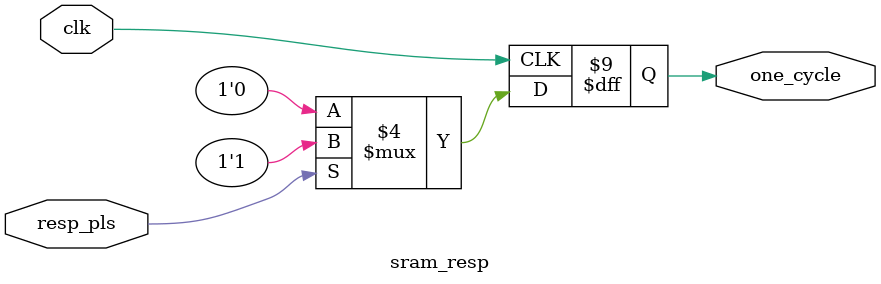
<source format=sv>

module sram_resp(
    input logic clk,
    input logic resp_pls,
    output logic one_cycle
);
    reg temp_wait;

    always_ff @ (posedge clk) begin
        if((resp_pls == 1)) begin
            one_cycle <= 1'b1;
        end
        // else if((temp_wait == 1)) begin
        //     temp_wait <= 1'b0;
        //     one_cycle <= 1'b1;
        // end
        else begin
            temp_wait <= 1'b0;
            one_cycle <= 1'b0;
        end
    end

endmodule :  sram_resp
</source>
